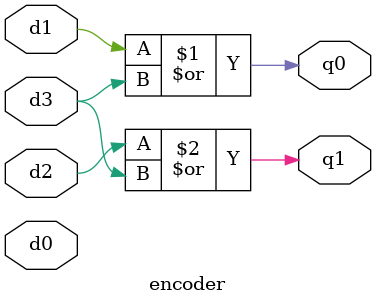
<source format=v>
`timescale 1ns / 1ps


module encoder(d0,d1,d2,d3,q0,q1);
input d0,d1,d2,d3;
output q0,q1;

assign q0 = d1|d3;
assign q1 = d2|d3;

endmodule

</source>
